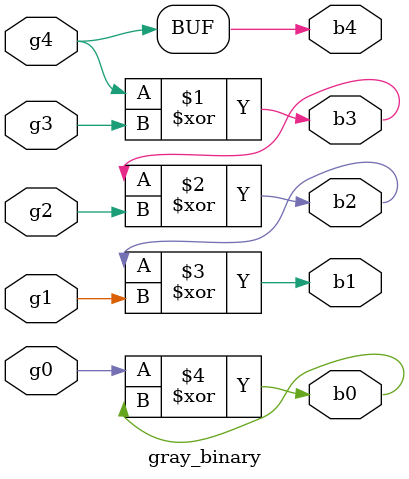
<source format=v>
`timescale 1ns / 1ps


module gray_binary(
input g4,g3,g2,g1,g0,
output b0,b1,b2,b3,b4);

assign b4=g4;
assign b3=b4^g3;
assign b2=b3^g2;
assign b1=b2^g1;
assign b0=g0^b0;



endmodule

</source>
